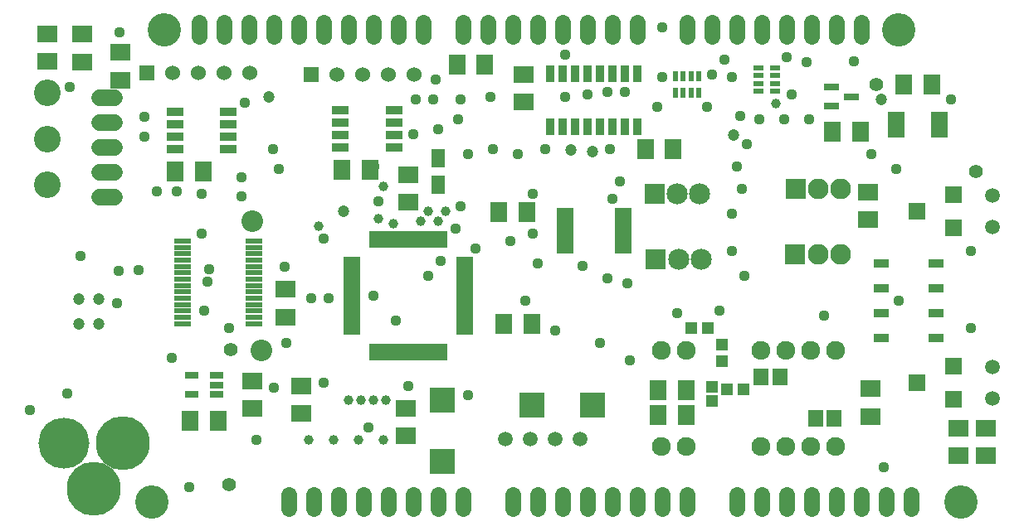
<source format=gbr>
G04 EAGLE Gerber RS-274X export*
G75*
%MOMM*%
%FSLAX34Y34*%
%LPD*%
%INSoldermask Bottom*%
%IPPOS*%
%AMOC8*
5,1,8,0,0,1.08239X$1,22.5*%
G01*
%ADD10C,3.403200*%
%ADD11R,1.703200X0.603200*%
%ADD12R,2.006200X1.803200*%
%ADD13R,2.003200X1.803200*%
%ADD14R,1.803200X2.003200*%
%ADD15C,1.727200*%
%ADD16C,1.625600*%
%ADD17C,1.203200*%
%ADD18R,1.723200X0.903200*%
%ADD19R,1.524000X1.524000*%
%ADD20C,1.524000*%
%ADD21R,2.123200X2.123200*%
%ADD22C,2.123200*%
%ADD23R,2.153200X2.153200*%
%ADD24C,2.153200*%
%ADD25R,1.678200X0.653200*%
%ADD26R,1.803200X2.006200*%
%ADD27C,1.928200*%
%ADD28R,2.653200X2.553200*%
%ADD29R,2.553200X2.653200*%
%ADD30R,1.503200X1.703200*%
%ADD31R,1.403200X0.803200*%
%ADD32C,2.723200*%
%ADD33R,1.498600X0.762000*%
%ADD34R,1.453200X1.953200*%
%ADD35C,5.503200*%
%ADD36C,5.203200*%
%ADD37C,1.003200*%
%ADD38R,1.203200X1.303200*%
%ADD39R,1.153197X1.208800*%
%ADD40R,0.903200X1.716200*%
%ADD41R,0.628200X1.103200*%
%ADD42C,1.506200*%
%ADD43R,1.103200X0.628200*%
%ADD44R,1.303200X1.203200*%
%ADD45C,2.203200*%
%ADD46R,1.553200X0.853200*%
%ADD47C,1.503200*%
%ADD48R,1.711200X1.711200*%
%ADD49R,1.678200X0.503200*%
%ADD50R,0.503200X1.678200*%
%ADD51C,1.117600*%
%ADD52C,1.422400*%


D10*
X965160Y25560D03*
X152360Y508160D03*
X901660Y508160D03*
X139660Y25560D03*
D11*
X243520Y291970D03*
X243520Y285470D03*
X243520Y278970D03*
X243520Y272470D03*
X243520Y265970D03*
X243520Y259470D03*
X243520Y252970D03*
X243520Y246470D03*
X243520Y239970D03*
X243520Y233470D03*
X243520Y226970D03*
X243520Y220470D03*
X243520Y213970D03*
X243520Y207470D03*
X171020Y207470D03*
X171020Y213970D03*
X171020Y220470D03*
X171020Y226970D03*
X171020Y233470D03*
X171020Y239970D03*
X171020Y246470D03*
X171020Y252970D03*
X171020Y259470D03*
X171020Y265970D03*
X171020Y272470D03*
X171020Y278970D03*
X171020Y285470D03*
X171020Y291970D03*
D12*
X276000Y242770D03*
X276000Y214330D03*
X107470Y456140D03*
X107470Y484580D03*
D13*
X32610Y503520D03*
X32610Y475520D03*
X242390Y149270D03*
X242390Y121270D03*
D14*
X178980Y108300D03*
X206980Y108300D03*
D12*
X68340Y475080D03*
X68340Y503520D03*
D14*
X499040Y207170D03*
X527040Y207170D03*
D13*
X398880Y120650D03*
X398880Y92650D03*
X401280Y331600D03*
X401280Y359600D03*
D15*
X101560Y387510D02*
X86320Y387510D01*
X86320Y412910D02*
X101560Y412910D01*
X101560Y438310D02*
X86320Y438310D01*
X86320Y362110D02*
X101560Y362110D01*
X101560Y336710D02*
X86320Y336710D01*
D16*
X634960Y501048D02*
X634960Y515272D01*
X609560Y515272D02*
X609560Y501048D01*
X584160Y501048D02*
X584160Y515272D01*
X558760Y515272D02*
X558760Y501048D01*
X533360Y501048D02*
X533360Y515272D01*
X507960Y515272D02*
X507960Y501048D01*
X482560Y501048D02*
X482560Y515272D01*
X457160Y515272D02*
X457160Y501048D01*
X416520Y501048D02*
X416520Y515272D01*
X391120Y515272D02*
X391120Y501048D01*
X365720Y501048D02*
X365720Y515272D01*
X340320Y515272D02*
X340320Y501048D01*
X314920Y501048D02*
X314920Y515272D01*
X289520Y515272D02*
X289520Y501048D01*
X264120Y501048D02*
X264120Y515272D01*
X238720Y515272D02*
X238720Y501048D01*
X213320Y501048D02*
X213320Y515272D01*
X187920Y515272D02*
X187920Y501048D01*
X279360Y32672D02*
X279360Y18448D01*
X304760Y18448D02*
X304760Y32672D01*
X330160Y32672D02*
X330160Y18448D01*
X355560Y18448D02*
X355560Y32672D01*
X380960Y32672D02*
X380960Y18448D01*
X406360Y18448D02*
X406360Y32672D01*
X431760Y32672D02*
X431760Y18448D01*
X457160Y18448D02*
X457160Y32672D01*
X507960Y32672D02*
X507960Y18448D01*
X533360Y18448D02*
X533360Y32672D01*
X558760Y32672D02*
X558760Y18448D01*
X584160Y18448D02*
X584160Y32672D01*
X609560Y32672D02*
X609560Y18448D01*
X634960Y18448D02*
X634960Y32672D01*
X660360Y32672D02*
X660360Y18448D01*
X685760Y18448D02*
X685760Y32672D01*
X685760Y501048D02*
X685760Y515272D01*
X711160Y515272D02*
X711160Y501048D01*
X736560Y501048D02*
X736560Y515272D01*
X761960Y515272D02*
X761960Y501048D01*
X787360Y501048D02*
X787360Y515272D01*
X812760Y515272D02*
X812760Y501048D01*
X838160Y501048D02*
X838160Y515272D01*
X863560Y515272D02*
X863560Y501048D01*
X736560Y32672D02*
X736560Y18448D01*
X761960Y18448D02*
X761960Y32672D01*
X787360Y32672D02*
X787360Y18448D01*
X812760Y18448D02*
X812760Y32672D01*
X838160Y32672D02*
X838160Y18448D01*
X863560Y18448D02*
X863560Y32672D01*
X888960Y32672D02*
X888960Y18448D01*
X914360Y18448D02*
X914360Y32672D01*
D17*
X85250Y207424D03*
X64960Y207424D03*
X64960Y232824D03*
X85250Y232824D03*
D18*
X386520Y425610D03*
X386520Y412910D03*
X386520Y400210D03*
X386520Y387510D03*
X332220Y387510D03*
X332220Y400210D03*
X332220Y412910D03*
X332220Y425610D03*
X217610Y424340D03*
X217610Y411640D03*
X217610Y398940D03*
X217610Y386240D03*
X163310Y386240D03*
X163310Y398940D03*
X163310Y411640D03*
X163310Y424340D03*
D19*
X134580Y463710D03*
D20*
X160742Y463710D03*
X186904Y463710D03*
X213066Y463710D03*
X239228Y463710D03*
D19*
X302220Y462440D03*
D20*
X328382Y462440D03*
X354544Y462440D03*
X380706Y462440D03*
X406868Y462440D03*
D14*
X191760Y363380D03*
X163760Y363380D03*
X361940Y364650D03*
X333940Y364650D03*
X643700Y386040D03*
X671700Y386040D03*
X521960Y321470D03*
X493960Y321470D03*
D21*
X796250Y278290D03*
D22*
X819150Y278290D03*
X842050Y278290D03*
D23*
X654010Y273210D03*
D24*
X676910Y273210D03*
X699810Y273210D03*
D12*
X873040Y112740D03*
X873040Y141180D03*
X870590Y342240D03*
X870590Y313800D03*
D25*
X943030Y420710D03*
X943030Y414210D03*
X943030Y407710D03*
X943030Y401210D03*
X898790Y401210D03*
X898790Y407710D03*
X898790Y414210D03*
X898790Y420710D03*
D26*
X906690Y451600D03*
X935130Y451600D03*
D21*
X796450Y344920D03*
D22*
X819350Y344920D03*
X842250Y344920D03*
D23*
X652940Y339840D03*
D24*
X675840Y339840D03*
X698740Y339840D03*
D27*
X659290Y180090D03*
X684690Y180090D03*
X760890Y180090D03*
X786290Y180090D03*
X811690Y180090D03*
X837090Y180090D03*
X659290Y82300D03*
X684690Y82300D03*
X760890Y82300D03*
X786290Y82300D03*
X811690Y82300D03*
X837090Y82300D03*
D28*
X436260Y129080D03*
X436260Y67080D03*
D29*
X589160Y124560D03*
X527160Y124560D03*
D30*
X761420Y153180D03*
X780420Y153180D03*
X816880Y110380D03*
X835880Y110380D03*
D31*
X205500Y154440D03*
X205500Y144940D03*
X205500Y135440D03*
X180500Y135440D03*
X180500Y154440D03*
D32*
X32980Y349400D03*
X32980Y396400D03*
X32980Y443400D03*
D12*
X962620Y72300D03*
X962620Y100740D03*
X990560Y72300D03*
X990560Y100740D03*
X292060Y115480D03*
X292060Y143920D03*
D26*
X684740Y139860D03*
X656300Y139860D03*
X684740Y114460D03*
X656300Y114460D03*
D33*
X832953Y430080D03*
X832953Y449080D03*
X853527Y439580D03*
D14*
X862320Y404020D03*
X834320Y404020D03*
D34*
X431760Y376880D03*
X431760Y349880D03*
D35*
X110196Y85758D03*
D36*
X50196Y85758D03*
D35*
X80196Y38758D03*
D37*
X309840Y307500D03*
X375880Y348140D03*
D17*
X259040Y439580D03*
X335240Y322740D03*
X883880Y437040D03*
X589240Y383700D03*
X733258Y400464D03*
X567650Y384970D03*
D37*
X776438Y432722D03*
X299680Y89060D03*
D38*
X743068Y140462D03*
X726068Y140462D03*
D39*
X711454Y143168D03*
X711454Y128612D03*
D40*
X634746Y408674D03*
X622046Y408674D03*
X609346Y408674D03*
X596646Y408674D03*
X583946Y408674D03*
X571246Y408674D03*
X558546Y408674D03*
X545846Y408674D03*
X545846Y463054D03*
X558546Y463054D03*
X571246Y463054D03*
X583946Y463054D03*
X596646Y463054D03*
X609346Y463054D03*
X622046Y463054D03*
X634746Y463054D03*
D41*
X673800Y460366D03*
X673800Y443366D03*
X681800Y460366D03*
X681800Y443366D03*
X689800Y460366D03*
X689800Y443366D03*
X697800Y460366D03*
X697800Y443366D03*
D13*
X518668Y433802D03*
X518668Y461802D03*
D25*
X620438Y322014D03*
X620438Y315514D03*
X620438Y309014D03*
X620438Y302514D03*
X620438Y296014D03*
X620438Y289514D03*
X620438Y283014D03*
X561678Y283014D03*
X561678Y289514D03*
X561678Y296014D03*
X561678Y302514D03*
X561678Y309014D03*
X561678Y315514D03*
X561678Y322014D03*
D42*
X500380Y89916D03*
X525780Y89916D03*
X551180Y89916D03*
X576580Y89916D03*
D14*
X450820Y472440D03*
X478820Y472440D03*
D43*
X758580Y445200D03*
X758580Y453200D03*
X758580Y461200D03*
X758580Y469200D03*
X775580Y469200D03*
X775580Y461200D03*
X775580Y453200D03*
X775580Y445200D03*
D38*
X707000Y203200D03*
X690000Y203200D03*
D44*
X721360Y186300D03*
X721360Y169300D03*
D37*
X325120Y88900D03*
X340360Y129540D03*
X353060Y129540D03*
X365760Y129540D03*
X378460Y129540D03*
X375920Y88900D03*
X350520Y88900D03*
X370840Y314960D03*
X386080Y309880D03*
X414020Y312420D03*
X421640Y322580D03*
X431800Y312420D03*
X439420Y322580D03*
D45*
X251435Y180322D03*
X242150Y312462D03*
D46*
X940110Y269240D03*
X940110Y243840D03*
X940110Y218440D03*
X940110Y193040D03*
X883610Y193040D03*
X883610Y218440D03*
X883610Y243840D03*
X883610Y269240D03*
D47*
X997480Y131320D03*
X997480Y163320D03*
D48*
X919980Y147320D03*
X957480Y130320D03*
X957480Y164320D03*
D47*
X997480Y306580D03*
X997480Y338580D03*
D48*
X919980Y322580D03*
X957480Y305580D03*
X957480Y339580D03*
D49*
X458700Y273720D03*
X458700Y268720D03*
X458700Y263720D03*
X458700Y258720D03*
X458700Y253720D03*
X458700Y248720D03*
X458700Y243720D03*
X458700Y238720D03*
X458700Y233720D03*
X458700Y228720D03*
X458700Y223720D03*
X458700Y218720D03*
X458700Y213720D03*
X458700Y208720D03*
X458700Y203720D03*
X458700Y198720D03*
D50*
X438820Y178840D03*
X433820Y178840D03*
X428820Y178840D03*
X423820Y178840D03*
X418820Y178840D03*
X413820Y178840D03*
X408820Y178840D03*
X403820Y178840D03*
X398820Y178840D03*
X393820Y178840D03*
X388820Y178840D03*
X383820Y178840D03*
X378820Y178840D03*
X373820Y178840D03*
X368820Y178840D03*
X363820Y178840D03*
D49*
X343940Y198720D03*
X343940Y203720D03*
X343940Y208720D03*
X343940Y213720D03*
X343940Y218720D03*
X343940Y223720D03*
X343940Y228720D03*
X343940Y233720D03*
X343940Y238720D03*
X343940Y243720D03*
X343940Y248720D03*
X343940Y253720D03*
X343940Y258720D03*
X343940Y263720D03*
X343940Y268720D03*
X343940Y273720D03*
D50*
X363820Y293600D03*
X368820Y293600D03*
X373820Y293600D03*
X378820Y293600D03*
X383820Y293600D03*
X388820Y293600D03*
X393820Y293600D03*
X398820Y293600D03*
X403820Y293600D03*
X408820Y293600D03*
X413820Y293600D03*
X418820Y293600D03*
X423820Y293600D03*
X428820Y293600D03*
X433820Y293600D03*
X438820Y293600D03*
D51*
X55840Y449740D03*
X360640Y101760D03*
X104100Y228760D03*
X159980Y172880D03*
X469860Y284640D03*
X218400Y203360D03*
X955000Y437040D03*
X264120Y142400D03*
X234422Y433718D03*
X855980Y475394D03*
X741680Y345440D03*
X365760Y236220D03*
X739588Y419748D03*
X499040Y207170D03*
X314920Y147480D03*
X454620Y327820D03*
X193000Y221140D03*
X886420Y61120D03*
X736694Y368006D03*
X899120Y365920D03*
X792480Y441960D03*
X401320Y143604D03*
X198080Y263050D03*
X196810Y250350D03*
X449540Y304960D03*
X314920Y294800D03*
X406360Y401480D03*
X596860Y188120D03*
D52*
X218400Y43340D03*
D51*
X302220Y233840D03*
X165060Y343060D03*
X320000Y233840D03*
X190460Y340520D03*
X269200Y365920D03*
X106640Y505620D03*
X66508Y277020D03*
X105624Y261272D03*
X125944Y262288D03*
X275550Y265590D03*
X190460Y299626D03*
X132040Y419260D03*
X454660Y436880D03*
X132040Y398940D03*
D52*
X980400Y363380D03*
D51*
X144740Y343060D03*
X533360Y269400D03*
X429260Y457200D03*
X561340Y482600D03*
X604520Y444500D03*
X624840Y248920D03*
X873720Y381160D03*
X528164Y340636D03*
X366512Y368206D03*
X759460Y416560D03*
X617220Y353060D03*
X452120Y416560D03*
X784860Y416560D03*
X462280Y381000D03*
X746760Y391160D03*
X434300Y271940D03*
X370800Y332900D03*
X421600Y256700D03*
X388580Y210980D03*
X276820Y188120D03*
X462280Y134620D03*
X627380Y170180D03*
X825460Y216060D03*
D52*
X878800Y452280D03*
D51*
X607020Y386240D03*
X551140Y200820D03*
X579080Y266860D03*
X520660Y231300D03*
X901700Y231140D03*
X246340Y89060D03*
X53300Y135896D03*
D52*
X220080Y181360D03*
D51*
X15200Y119540D03*
X177760Y40800D03*
X231100Y356776D03*
X744220Y256540D03*
X731520Y281940D03*
X231100Y337980D03*
X426680Y437040D03*
X408900Y437040D03*
X263104Y386240D03*
X975320Y203360D03*
X718780Y221140D03*
X975320Y282100D03*
X675600Y218600D03*
X810260Y416560D03*
X655320Y429260D03*
X706120Y429260D03*
X660400Y459740D03*
X723900Y477520D03*
X731520Y320040D03*
X731520Y459740D03*
X584200Y441960D03*
X561340Y439420D03*
X711200Y462280D03*
X622300Y444500D03*
X660400Y510540D03*
X487680Y386080D03*
X609600Y335280D03*
X604520Y254000D03*
X505420Y292260D03*
X528320Y299720D03*
X541020Y386080D03*
X485140Y439420D03*
X513080Y381000D03*
X431800Y406400D03*
X807720Y474980D03*
X787400Y480060D03*
M02*

</source>
